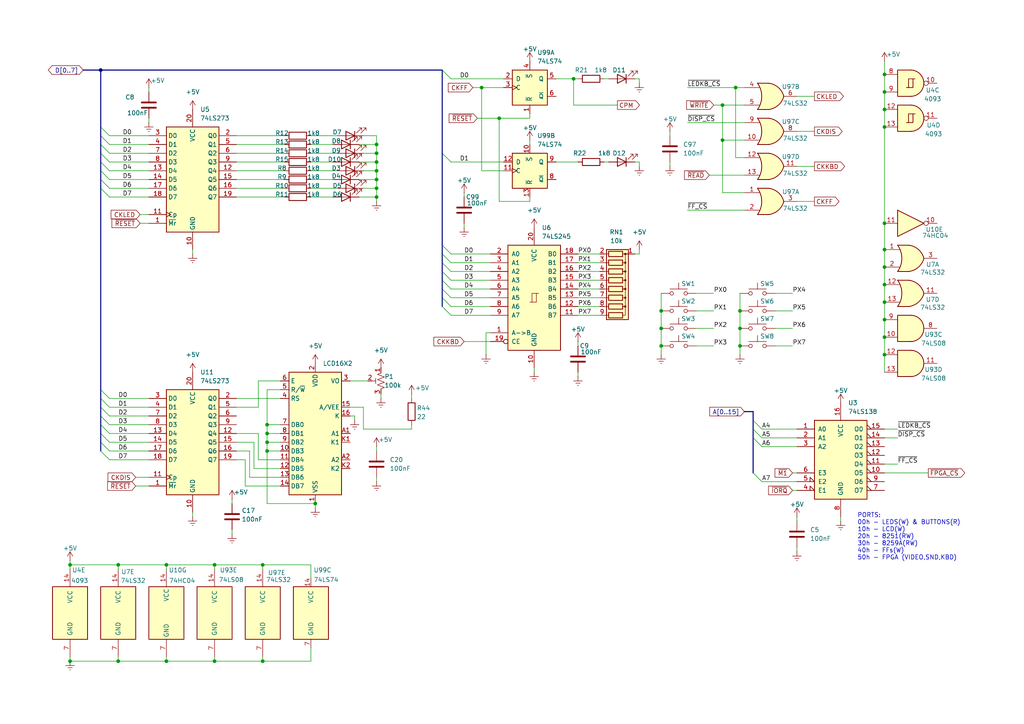
<source format=kicad_sch>
(kicad_sch (version 20250114) (generator "eeschema") (generator_version "9.0")
  (paper "A4")
  (title_block (title "Kraft 80 V2 by ARMCoder") (date "2025-09-02") (rev "2.0") (comment 1 "www.github.com/ARMCoderBR"))
  (text "PORTS:\n00h - LEDS(W) & BUTTONS(R)\n10h - LCD(W)\n20h - 8251(RW)\n30h - 8259A(RW)\n40h - FFs(W)\n50h - FPGA (VIDEO,SND,KBD)" (at 248.666 155.702 0) (effects (font (size 1.27 1.27)) (justify left)))
  (junction (at 256.54 102.87))
  (junction (at 20.32 163.83))
  (junction (at 256.54 36.83))
  (junction (at 62.23 163.83))
  (junction (at 48.26 163.83))
  (junction (at 62.23 191.77))
  (junction (at 191.77 90.17))
  (junction (at 48.26 191.77))
  (junction (at 256.54 31.75))
  (junction (at 209.55 40.64))
  (junction (at 214.63 90.17))
  (junction (at 214.63 95.25))
  (junction (at 77.47 123.19))
  (junction (at 76.2 191.77))
  (junction (at 256.54 72.39))
  (junction (at 256.54 82.55))
  (junction (at 144.78 34.29))
  (junction (at 109.22 49.53))
  (junction (at 109.22 41.91))
  (junction (at 109.22 54.61))
  (junction (at 91.44 146.05))
  (junction (at 191.77 95.25))
  (junction (at 166.37 22.86))
  (junction (at 76.2 163.83))
  (junction (at 214.63 100.33))
  (junction (at 34.29 163.83))
  (junction (at 139.7 25.4))
  (junction (at 256.54 92.71))
  (junction (at 109.22 46.99))
  (junction (at 209.55 30.48))
  (junction (at 109.22 57.15))
  (junction (at 77.47 125.73))
  (junction (at 256.54 87.63))
  (junction (at 256.54 26.67))
  (junction (at 34.29 191.77))
  (junction (at 256.54 77.47))
  (junction (at 256.54 97.79))
  (junction (at 109.22 44.45))
  (junction (at 191.77 100.33))
  (junction (at 256.54 64.77))
  (junction (at 256.54 21.59))
  (junction (at 77.47 130.81))
  (junction (at 29.21 20.32))
  (junction (at 213.36 25.4))
  (junction (at 77.47 128.27))
  (junction (at 109.22 52.07))
  (junction (at 20.32 191.77))
  (bus_entry (at 31.75 125.73) (size -2.54 -2.54))
  (bus_entry (at 31.75 57.15) (size -2.54 -2.54))
  (bus_entry (at 130.81 46.99) (size -2.54 -2.54))
  (bus_entry (at 31.75 49.53) (size -2.54 -2.54))
  (bus_entry (at 31.75 118.11) (size -2.54 -2.54))
  (bus_entry (at 130.81 91.44) (size -2.54 -2.54))
  (bus_entry (at 130.81 86.36) (size -2.54 -2.54))
  (bus_entry (at 218.44 137.16) (size 2.54 2.54))
  (bus_entry (at 130.81 78.74) (size -2.54 -2.54))
  (bus_entry (at 31.75 115.57) (size -2.54 -2.54))
  (bus_entry (at 31.75 44.45) (size -2.54 -2.54))
  (bus_entry (at 130.81 88.9) (size -2.54 -2.54))
  (bus_entry (at 130.81 81.28) (size -2.54 -2.54))
  (bus_entry (at 130.81 73.66) (size -2.54 -2.54))
  (bus_entry (at 218.44 121.92) (size 2.54 2.54))
  (bus_entry (at 31.75 128.27) (size -2.54 -2.54))
  (bus_entry (at 130.81 76.2) (size -2.54 -2.54))
  (bus_entry (at 31.75 41.91) (size -2.54 -2.54))
  (bus_entry (at 31.75 46.99) (size -2.54 -2.54))
  (bus_entry (at 31.75 52.07) (size -2.54 -2.54))
  (bus_entry (at 31.75 39.37) (size -2.54 -2.54))
  (bus_entry (at 130.81 22.86) (size -2.54 -2.54))
  (bus_entry (at 31.75 130.81) (size -2.54 -2.54))
  (bus_entry (at 31.75 54.61) (size -2.54 -2.54))
  (bus_entry (at 218.44 124.46) (size 2.54 2.54))
  (bus_entry (at 31.75 120.65) (size -2.54 -2.54))
  (bus_entry (at 31.75 133.35) (size -2.54 -2.54))
  (bus_entry (at 31.75 123.19) (size -2.54 -2.54))
  (bus_entry (at 130.81 83.82) (size -2.54 -2.54))
  (bus_entry (at 218.44 127) (size 2.54 2.54))
  (wire (pts (xy 139.7 25.4) (xy 139.7 49.53)))
  (wire (pts (xy 68.58 54.61) (xy 82.55 54.61)))
  (wire (pts (xy 77.47 123.19) (xy 81.28 123.19)))
  (wire (pts (xy 62.23 191.77) (xy 62.23 190.5)))
  (wire (pts (xy 220.98 139.7) (xy 231.14 139.7)))
  (wire (pts (xy 130.81 78.74) (xy 142.24 78.74)))
  (wire (pts (xy 77.47 113.03) (xy 81.28 113.03)))
  (wire (pts (xy 130.81 73.66) (xy 142.24 73.66)))
  (wire (pts (xy 31.75 125.73) (xy 43.18 125.73)))
  (wire (pts (xy 220.98 129.54) (xy 231.14 129.54)))
  (wire (pts (xy 224.79 95.25) (xy 229.87 95.25)))
  (wire (pts (xy 40.64 64.77) (xy 43.18 64.77)))
  (wire (pts (xy 214.63 85.09) (xy 214.63 90.17)))
  (wire (pts (xy 194.31 46.99) (xy 194.31 48.26)))
  (wire (pts (xy 74.93 110.49) (xy 74.93 118.11)))
  (wire (pts (xy 76.2 163.83) (xy 76.2 165.1)))
  (wire (pts (xy 68.58 49.53) (xy 82.55 49.53)))
  (wire (pts (xy 166.37 22.86) (xy 167.64 22.86)))
  (wire (pts (xy 48.26 190.5) (xy 48.26 191.77)))
  (wire (pts (xy 243.84 149.86) (xy 243.84 151.13)))
  (wire (pts (xy 34.29 191.77) (xy 48.26 191.77)))
  (wire (pts (xy 209.55 30.48) (xy 215.9 30.48)))
  (wire (pts (xy 207.01 30.48) (xy 209.55 30.48)))
  (bus (pts (xy 24.13 20.32) (xy 29.21 20.32)))
  (wire (pts (xy 101.6 110.49) (xy 106.68 110.49)))
  (wire (pts (xy 77.47 113.03) (xy 77.47 123.19)))
  (wire (pts (xy 90.17 39.37) (xy 97.79 39.37)))
  (wire (pts (xy 20.32 190.5) (xy 20.32 191.77)))
  (wire (pts (xy 31.75 57.15) (xy 43.18 57.15)))
  (wire (pts (xy 31.75 46.99) (xy 43.18 46.99)))
  (wire (pts (xy 74.93 125.73) (xy 74.93 133.35)))
  (wire (pts (xy 68.58 118.11) (xy 74.93 118.11)))
  (wire (pts (xy 256.54 21.59) (xy 256.54 26.67)))
  (wire (pts (xy 48.26 163.83) (xy 48.26 165.1)))
  (wire (pts (xy 256.54 31.75) (xy 256.54 36.83)))
  (wire (pts (xy 209.55 40.64) (xy 209.55 55.88)))
  (wire (pts (xy 67.31 153.67) (xy 67.31 154.94)))
  (wire (pts (xy 130.81 83.82) (xy 142.24 83.82)))
  (wire (pts (xy 48.26 191.77) (xy 62.23 191.77)))
  (wire (pts (xy 231.14 149.86) (xy 231.14 151.13)))
  (wire (pts (xy 130.81 91.44) (xy 142.24 91.44)))
  (bus (pts (xy 128.27 44.45) (xy 128.27 71.12)))
  (wire (pts (xy 109.22 52.07) (xy 109.22 54.61)))
  (bus (pts (xy 29.21 44.45) (xy 29.21 46.99)))
  (wire (pts (xy 130.81 86.36) (xy 142.24 86.36)))
  (wire (pts (xy 224.79 90.17) (xy 229.87 90.17)))
  (wire (pts (xy 90.17 49.53) (xy 97.79 49.53)))
  (wire (pts (xy 201.93 90.17) (xy 207.01 90.17)))
  (bus (pts (xy 215.9 119.38) (xy 218.44 119.38)))
  (wire (pts (xy 39.37 138.43) (xy 43.18 138.43)))
  (wire (pts (xy 40.64 62.23) (xy 43.18 62.23)))
  (wire (pts (xy 68.58 44.45) (xy 82.55 44.45)))
  (wire (pts (xy 90.17 44.45) (xy 97.79 44.45)))
  (wire (pts (xy 256.54 87.63) (xy 256.54 92.71)))
  (wire (pts (xy 139.7 25.4) (xy 146.05 25.4)))
  (bus (pts (xy 29.21 20.32) (xy 128.27 20.32)))
  (wire (pts (xy 76.2 163.83) (xy 90.17 163.83)))
  (wire (pts (xy 256.54 124.46) (xy 260.35 124.46)))
  (wire (pts (xy 256.54 97.79) (xy 256.54 102.87)))
  (wire (pts (xy 215.9 45.72) (xy 213.36 45.72)))
  (wire (pts (xy 214.63 100.33) (xy 214.63 102.87)))
  (wire (pts (xy 153.67 57.15) (xy 153.67 58.42)))
  (wire (pts (xy 166.37 22.86) (xy 166.37 30.48)))
  (wire (pts (xy 209.55 30.48) (xy 209.55 40.64)))
  (bus (pts (xy 29.21 39.37) (xy 29.21 41.91)))
  (wire (pts (xy 90.17 57.15) (xy 96.52 57.15)))
  (wire (pts (xy 109.22 46.99) (xy 109.22 49.53)))
  (wire (pts (xy 68.58 41.91) (xy 82.55 41.91)))
  (wire (pts (xy 31.75 54.61) (xy 43.18 54.61)))
  (wire (pts (xy 231.14 58.42) (xy 236.22 58.42)))
  (wire (pts (xy 119.38 123.19) (xy 119.38 124.46)))
  (wire (pts (xy 34.29 190.5) (xy 34.29 191.77)))
  (wire (pts (xy 31.75 44.45) (xy 43.18 44.45)))
  (wire (pts (xy 256.54 137.16) (xy 269.24 137.16)))
  (wire (pts (xy 153.67 33.02) (xy 153.67 34.29)))
  (wire (pts (xy 104.14 41.91) (xy 109.22 41.91)))
  (wire (pts (xy 167.64 83.82) (xy 173.99 83.82)))
  (wire (pts (xy 153.67 40.64) (xy 153.67 41.91)))
  (wire (pts (xy 77.47 125.73) (xy 81.28 125.73)))
  (wire (pts (xy 185.42 24.13) (xy 185.42 22.86)))
  (wire (pts (xy 31.75 41.91) (xy 43.18 41.91)))
  (wire (pts (xy 134.62 55.88) (xy 134.62 57.15)))
  (bus (pts (xy 218.44 121.92) (xy 218.44 119.38)))
  (wire (pts (xy 72.39 130.81) (xy 68.58 130.81)))
  (wire (pts (xy 231.14 158.75) (xy 231.14 160.02)))
  (wire (pts (xy 73.66 128.27) (xy 73.66 135.89)))
  (wire (pts (xy 55.88 72.39) (xy 55.88 73.66)))
  (wire (pts (xy 55.88 148.59) (xy 55.88 149.86)))
  (wire (pts (xy 68.58 115.57) (xy 81.28 115.57)))
  (wire (pts (xy 134.62 64.77) (xy 134.62 66.04)))
  (wire (pts (xy 102.87 120.65) (xy 102.87 121.92)))
  (wire (pts (xy 256.54 77.47) (xy 256.54 82.55)))
  (wire (pts (xy 139.7 49.53) (xy 146.05 49.53)))
  (wire (pts (xy 104.14 46.99) (xy 109.22 46.99)))
  (wire (pts (xy 185.42 46.99) (xy 184.15 46.99)))
  (wire (pts (xy 138.43 34.29) (xy 144.78 34.29)))
  (wire (pts (xy 185.42 48.26) (xy 185.42 46.99)))
  (wire (pts (xy 71.12 133.35) (xy 68.58 133.35)))
  (wire (pts (xy 31.75 120.65) (xy 43.18 120.65)))
  (wire (pts (xy 220.98 127) (xy 231.14 127)))
  (wire (pts (xy 91.44 146.05) (xy 91.44 147.32)))
  (wire (pts (xy 199.39 25.4) (xy 213.36 25.4)))
  (wire (pts (xy 74.93 110.49) (xy 81.28 110.49)))
  (wire (pts (xy 167.64 107.95) (xy 167.64 109.22)))
  (wire (pts (xy 256.54 127) (xy 260.35 127)))
  (wire (pts (xy 167.64 91.44) (xy 173.99 91.44)))
  (wire (pts (xy 205.74 50.8) (xy 215.9 50.8)))
  (wire (pts (xy 142.24 96.52) (xy 140.97 96.52)))
  (wire (pts (xy 201.93 100.33) (xy 207.01 100.33)))
  (wire (pts (xy 105.41 118.11) (xy 101.6 118.11)))
  (wire (pts (xy 167.64 99.06) (xy 167.64 100.33)))
  (wire (pts (xy 256.54 72.39) (xy 256.54 77.47)))
  (wire (pts (xy 161.29 46.99) (xy 167.64 46.99)))
  (wire (pts (xy 130.81 22.86) (xy 146.05 22.86)))
  (wire (pts (xy 256.54 64.77) (xy 256.54 72.39)))
  (wire (pts (xy 256.54 26.67) (xy 256.54 31.75)))
  (wire (pts (xy 31.75 49.53) (xy 43.18 49.53)))
  (bus (pts (xy 128.27 20.32) (xy 128.27 44.45)))
  (wire (pts (xy 48.26 163.83) (xy 62.23 163.83)))
  (wire (pts (xy 31.75 115.57) (xy 43.18 115.57)))
  (wire (pts (xy 77.47 128.27) (xy 81.28 128.27)))
  (wire (pts (xy 167.64 81.28) (xy 173.99 81.28)))
  (wire (pts (xy 77.47 130.81) (xy 77.47 146.05)))
  (wire (pts (xy 72.39 130.81) (xy 72.39 138.43)))
  (wire (pts (xy 62.23 163.83) (xy 62.23 165.1)))
  (wire (pts (xy 110.49 114.3) (xy 110.49 115.57)))
  (wire (pts (xy 20.32 162.56) (xy 20.32 163.83)))
  (bus (pts (xy 29.21 54.61) (xy 29.21 113.03)))
  (wire (pts (xy 109.22 129.54) (xy 109.22 130.81)))
  (wire (pts (xy 130.81 76.2) (xy 142.24 76.2)))
  (wire (pts (xy 229.87 137.16) (xy 231.14 137.16)))
  (wire (pts (xy 76.2 191.77) (xy 76.2 190.5)))
  (wire (pts (xy 73.66 135.89) (xy 81.28 135.89)))
  (bus (pts (xy 29.21 41.91) (xy 29.21 44.45)))
  (bus (pts (xy 29.21 118.11) (xy 29.21 120.65)))
  (wire (pts (xy 31.75 133.35) (xy 43.18 133.35)))
  (wire (pts (xy 144.78 58.42) (xy 153.67 58.42)))
  (wire (pts (xy 199.39 35.56) (xy 215.9 35.56)))
  (wire (pts (xy 185.42 22.86) (xy 184.15 22.86)))
  (wire (pts (xy 154.94 106.68) (xy 154.94 107.95)))
  (bus (pts (xy 128.27 81.28) (xy 128.27 78.74)))
  (wire (pts (xy 34.29 163.83) (xy 48.26 163.83)))
  (wire (pts (xy 72.39 138.43) (xy 81.28 138.43)))
  (bus (pts (xy 128.27 78.74) (xy 128.27 76.2)))
  (bus (pts (xy 29.21 52.07) (xy 29.21 54.61)))
  (wire (pts (xy 191.77 85.09) (xy 191.77 90.17)))
  (wire (pts (xy 130.81 88.9) (xy 142.24 88.9)))
  (wire (pts (xy 256.54 92.71) (xy 256.54 97.79)))
  (wire (pts (xy 105.41 124.46) (xy 105.41 118.11)))
  (wire (pts (xy 167.64 73.66) (xy 173.99 73.66)))
  (wire (pts (xy 31.75 39.37) (xy 43.18 39.37)))
  (wire (pts (xy 77.47 146.05) (xy 91.44 146.05)))
  (wire (pts (xy 31.75 128.27) (xy 43.18 128.27)))
  (wire (pts (xy 144.78 34.29) (xy 144.78 58.42)))
  (wire (pts (xy 105.41 44.45) (xy 109.22 44.45)))
  (wire (pts (xy 77.47 128.27) (xy 77.47 130.81)))
  (wire (pts (xy 68.58 128.27) (xy 73.66 128.27)))
  (wire (pts (xy 67.31 144.78) (xy 67.31 146.05)))
  (bus (pts (xy 128.27 88.9) (xy 128.27 86.36)))
  (wire (pts (xy 167.64 88.9) (xy 173.99 88.9)))
  (wire (pts (xy 101.6 120.65) (xy 102.87 120.65)))
  (wire (pts (xy 34.29 163.83) (xy 34.29 165.1)))
  (wire (pts (xy 256.54 134.62) (xy 260.35 134.62)))
  (wire (pts (xy 213.36 45.72) (xy 213.36 25.4)))
  (bus (pts (xy 29.21 125.73) (xy 29.21 128.27)))
  (wire (pts (xy 74.93 133.35) (xy 81.28 133.35)))
  (wire (pts (xy 104.14 52.07) (xy 109.22 52.07)))
  (wire (pts (xy 167.64 76.2) (xy 173.99 76.2)))
  (wire (pts (xy 90.17 52.07) (xy 96.52 52.07)))
  (wire (pts (xy 68.58 52.07) (xy 82.55 52.07)))
  (wire (pts (xy 77.47 125.73) (xy 77.47 128.27)))
  (wire (pts (xy 256.54 102.87) (xy 256.54 107.95)))
  (bus (pts (xy 29.21 20.32) (xy 29.21 36.83)))
  (wire (pts (xy 90.17 54.61) (xy 97.79 54.61)))
  (bus (pts (xy 128.27 73.66) (xy 128.27 71.12)))
  (wire (pts (xy 109.22 57.15) (xy 109.22 58.42)))
  (wire (pts (xy 105.41 54.61) (xy 109.22 54.61)))
  (wire (pts (xy 90.17 191.77) (xy 90.17 187.96)))
  (wire (pts (xy 224.79 100.33) (xy 229.87 100.33)))
  (wire (pts (xy 140.97 96.52) (xy 140.97 102.87)))
  (wire (pts (xy 184.15 73.66) (xy 185.42 73.66)))
  (wire (pts (xy 231.14 27.94) (xy 236.22 27.94)))
  (wire (pts (xy 137.16 25.4) (xy 139.7 25.4)))
  (wire (pts (xy 105.41 49.53) (xy 109.22 49.53)))
  (wire (pts (xy 71.12 140.97) (xy 71.12 133.35)))
  (wire (pts (xy 109.22 49.53) (xy 109.22 52.07)))
  (wire (pts (xy 109.22 57.15) (xy 104.14 57.15)))
  (wire (pts (xy 229.87 142.24) (xy 231.14 142.24)))
  (wire (pts (xy 105.41 39.37) (xy 109.22 39.37)))
  (wire (pts (xy 144.78 34.29) (xy 153.67 34.29)))
  (wire (pts (xy 214.63 90.17) (xy 214.63 95.25)))
  (wire (pts (xy 215.9 55.88) (xy 209.55 55.88)))
  (wire (pts (xy 68.58 125.73) (xy 74.93 125.73)))
  (wire (pts (xy 220.98 124.46) (xy 231.14 124.46)))
  (wire (pts (xy 214.63 95.25) (xy 214.63 100.33)))
  (wire (pts (xy 199.39 60.96) (xy 215.9 60.96)))
  (wire (pts (xy 68.58 57.15) (xy 82.55 57.15)))
  (wire (pts (xy 256.54 17.78) (xy 256.54 21.59)))
  (wire (pts (xy 213.36 25.4) (xy 215.9 25.4)))
  (wire (pts (xy 43.18 34.29) (xy 43.18 35.56)))
  (wire (pts (xy 90.17 46.99) (xy 96.52 46.99)))
  (bus (pts (xy 218.44 127) (xy 218.44 137.16)))
  (wire (pts (xy 62.23 163.83) (xy 76.2 163.83)))
  (wire (pts (xy 175.26 22.86) (xy 176.53 22.86)))
  (wire (pts (xy 109.22 138.43) (xy 109.22 139.7)))
  (wire (pts (xy 119.38 114.3) (xy 119.38 115.57)))
  (wire (pts (xy 39.37 140.97) (xy 43.18 140.97)))
  (wire (pts (xy 20.32 163.83) (xy 20.32 165.1)))
  (bus (pts (xy 128.27 86.36) (xy 128.27 83.82)))
  (wire (pts (xy 231.14 48.26) (xy 236.22 48.26)))
  (wire (pts (xy 207.01 85.09) (xy 201.93 85.09)))
  (wire (pts (xy 130.81 81.28) (xy 142.24 81.28)))
  (wire (pts (xy 109.22 41.91) (xy 109.22 44.45)))
  (wire (pts (xy 20.32 163.83) (xy 34.29 163.83)))
  (wire (pts (xy 231.14 38.1) (xy 236.22 38.1)))
  (bus (pts (xy 128.27 73.66) (xy 128.27 76.2)))
  (wire (pts (xy 20.32 191.77) (xy 34.29 191.77)))
  (wire (pts (xy 90.17 41.91) (xy 96.52 41.91)))
  (wire (pts (xy 68.58 39.37) (xy 82.55 39.37)))
  (wire (pts (xy 62.23 191.77) (xy 76.2 191.77)))
  (wire (pts (xy 109.22 54.61) (xy 109.22 57.15)))
  (wire (pts (xy 256.54 36.83) (xy 256.54 64.77)))
  (wire (pts (xy 31.75 52.07) (xy 43.18 52.07)))
  (wire (pts (xy 256.54 82.55) (xy 256.54 87.63)))
  (wire (pts (xy 161.29 22.86) (xy 166.37 22.86)))
  (bus (pts (xy 29.21 123.19) (xy 29.21 125.73)))
  (bus (pts (xy 218.44 124.46) (xy 218.44 121.92)))
  (wire (pts (xy 194.31 38.1) (xy 194.31 39.37)))
  (wire (pts (xy 134.62 99.06) (xy 142.24 99.06)))
  (wire (pts (xy 166.37 30.48) (xy 179.07 30.48)))
  (wire (pts (xy 31.75 118.11) (xy 43.18 118.11)))
  (wire (pts (xy 77.47 123.19) (xy 77.47 125.73)))
  (wire (pts (xy 224.79 85.09) (xy 229.87 85.09)))
  (bus (pts (xy 218.44 127) (xy 218.44 124.46)))
  (wire (pts (xy 76.2 191.77) (xy 90.17 191.77)))
  (bus (pts (xy 29.21 49.53) (xy 29.21 52.07)))
  (wire (pts (xy 175.26 46.99) (xy 176.53 46.99)))
  (wire (pts (xy 167.64 78.74) (xy 173.99 78.74)))
  (wire (pts (xy 185.42 72.39) (xy 185.42 73.66)))
  (bus (pts (xy 29.21 120.65) (xy 29.21 123.19)))
  (wire (pts (xy 90.17 163.83) (xy 90.17 167.64)))
  (wire (pts (xy 71.12 140.97) (xy 81.28 140.97)))
  (bus (pts (xy 29.21 113.03) (xy 29.21 115.57)))
  (bus (pts (xy 29.21 36.83) (xy 29.21 39.37)))
  (bus (pts (xy 29.21 128.27) (xy 29.21 130.81)))
  (wire (pts (xy 105.41 124.46) (xy 119.38 124.46)))
  (wire (pts (xy 68.58 46.99) (xy 82.55 46.99)))
  (bus (pts (xy 29.21 115.57) (xy 29.21 118.11)))
  (wire (pts (xy 167.64 86.36) (xy 173.99 86.36)))
  (wire (pts (xy 43.18 25.4) (xy 43.18 26.67)))
  (bus (pts (xy 128.27 83.82) (xy 128.27 81.28)))
  (wire (pts (xy 109.22 39.37) (xy 109.22 41.91)))
  (wire (pts (xy 191.77 95.25) (xy 191.77 100.33)))
  (wire (pts (xy 201.93 95.25) (xy 207.01 95.25)))
  (wire (pts (xy 191.77 90.17) (xy 191.77 95.25)))
  (wire (pts (xy 77.47 130.81) (xy 81.28 130.81)))
  (wire (pts (xy 31.75 130.81) (xy 43.18 130.81)))
  (wire (pts (xy 191.77 100.33) (xy 191.77 102.87)))
  (bus (pts (xy 29.21 46.99) (xy 29.21 49.53)))
  (wire (pts (xy 209.55 40.64) (xy 215.9 40.64)))
  (wire (pts (xy 130.81 46.99) (xy 146.05 46.99)))
  (wire (pts (xy 109.22 44.45) (xy 109.22 46.99)))
  (wire (pts (xy 31.75 123.19) (xy 43.18 123.19)))
  (label "A6" (at 220.98 129.54 0))
  (label "D3" (at 35.56 46.99 0))
  (label "D0" (at 34.29 115.57 0))
  (label "D2" (at 35.56 44.45 0))
  (label "D5" (at 35.56 52.07 0))
  (label "PX7" (at 167.64 91.44 0))
  (label "PX0" (at 207.01 85.09 0))
  (label "PX2" (at 207.01 95.25 0))
  (label "D3" (at 134.62 81.28 0))
  (label "PX7" (at 229.87 100.33 0))
  (label "PX4" (at 229.87 85.09 0))
  (label "D0" (at 35.56 39.37 0))
  (label "D0" (at 134.62 73.66 0))
  (label "D5" (at 34.29 128.27 0))
  (label "A5" (at 220.98 127 0))
  (label "D0" (at 133.35 22.86 0))
  (label "PX1" (at 167.64 76.2 0))
  (label "~{FF_CS}" (at 199.39 60.96 0))
  (label "D1" (at 133.35 46.99 0))
  (label "~{DISP_CS}" (at 199.39 35.56 0))
  (label "PX4" (at 167.64 83.82 0))
  (label "D7" (at 134.62 91.44 0))
  (label "D7" (at 35.56 57.15 0))
  (label "D1" (at 34.29 118.11 0))
  (label "A4" (at 220.98 124.46 0))
  (label "D7" (at 34.29 133.35 0))
  (label "PX2" (at 167.64 78.74 0))
  (label "PX3" (at 167.64 81.28 0))
  (label "~{DISP_CS}" (at 260.35 127 0))
  (label "PX6" (at 167.64 88.9 0))
  (label "D4" (at 34.29 125.73 0))
  (label "D3" (at 34.29 123.19 0))
  (label "D4" (at 35.56 49.53 0))
  (label "PX0" (at 167.64 73.66 0))
  (label "PX3" (at 207.01 100.33 0))
  (label "D2" (at 134.62 78.74 0))
  (label "D5" (at 134.62 86.36 0))
  (label "PX6" (at 229.87 95.25 0))
  (label "~{LEDKB_CS}" (at 199.39 25.4 0))
  (label "D6" (at 35.56 54.61 0))
  (label "D2" (at 34.29 120.65 0))
  (label "D6" (at 134.62 88.9 0))
  (label "PX5" (at 229.87 90.17 0))
  (label "A7" (at 220.98 139.7 0))
  (label "D4" (at 134.62 83.82 0))
  (label "D6" (at 34.29 130.81 0))
  (label "~{FF_CS}" (at 260.35 134.62 0))
  (label "D1" (at 134.62 76.2 0))
  (label "PX1" (at 207.01 90.17 0))
  (label "~{LEDKB_CS}" (at 260.35 124.46 0))
  (label "D1" (at 35.56 41.91 0))
  (label "PX5" (at 167.64 86.36 0))
  (global_label "~{M1}" (shape input) (at 229.87 137.16 180) (property "Intersheetrefs" "${INTERSHEET_REFS}" (effects (hide yes))))
  (global_label "~{RESET}" (shape input) (at 40.64 64.77 180) (property "Intersheetrefs" "${INTERSHEET_REFS}" (effects (hide yes))))
  (global_label "D[0..7]" (shape bidirectional) (at 24.13 20.32 180) (property "Intersheetrefs" "${INTERSHEET_REFS}" (effects (hide yes))))
  (global_label "~{RESET}" (shape input) (at 39.37 140.97 180) (property "Intersheetrefs" "${INTERSHEET_REFS}" (effects (hide yes))))
  (global_label "~{READ}" (shape input) (at 205.74 50.8 180) (property "Intersheetrefs" "${INTERSHEET_REFS}" (effects (hide yes))))
  (global_label "CPM" (shape output) (at 179.07 30.48 0) (property "Intersheetrefs" "${INTERSHEET_REFS}" (effects (hide yes))))
  (global_label "~{FPGA_CS}" (shape output) (at 269.24 137.16 0) (property "Intersheetrefs" "${INTERSHEET_REFS}" (effects (hide yes))))
  (global_label "~{WRITE}" (shape input) (at 207.01 30.48 180) (property "Intersheetrefs" "${INTERSHEET_REFS}" (effects (hide yes))))
  (global_label "CKDIS" (shape input) (at 39.37 138.43 180) (property "Intersheetrefs" "${INTERSHEET_REFS}" (effects (hide yes))))
  (global_label "CKKBD" (shape output) (at 236.22 48.26 0) (property "Intersheetrefs" "${INTERSHEET_REFS}" (effects (hide yes))))
  (global_label "CKLED" (shape input) (at 40.64 62.23 180) (property "Intersheetrefs" "${INTERSHEET_REFS}" (effects (hide yes))))
  (global_label "CKLED" (shape output) (at 236.22 27.94 0) (property "Intersheetrefs" "${INTERSHEET_REFS}" (effects (hide yes))))
  (global_label "A[0..15]" (shape input) (at 215.9 119.38 180) (property "Intersheetrefs" "${INTERSHEET_REFS}" (effects (hide yes))))
  (global_label "~{IORQ}" (shape input) (at 229.87 142.24 180) (property "Intersheetrefs" "${INTERSHEET_REFS}" (effects (hide yes))))
  (global_label "CKKBD" (shape input) (at 134.62 99.06 180) (property "Intersheetrefs" "${INTERSHEET_REFS}" (effects (hide yes))))
  (global_label "~{RESET}" (shape input) (at 138.43 34.29 180) (property "Intersheetrefs" "${INTERSHEET_REFS}" (effects (hide yes))))
  (global_label "CKFF" (shape output) (at 236.22 58.42 0) (property "Intersheetrefs" "${INTERSHEET_REFS}" (effects (hide yes))))
  (global_label "CKDIS" (shape output) (at 236.22 38.1 0) (property "Intersheetrefs" "${INTERSHEET_REFS}" (effects (hide yes))))
  (global_label "CKFF" (shape input) (at 137.16 25.4 180) (property "Intersheetrefs" "${INTERSHEET_REFS}" (effects (hide yes))))
  (symbol (lib_name "LED_1") (lib_id "Device:LED") (at 100.33 52.07 180) (unit 1)
    (property "Reference" "D4" (at 97.536 51.054 0))
    (property "Value" "LED" (effects (hide yes)))
    (property "Description" "Light emitting diode" (effects (hide yes)))
    (property "Sim.Pins" "1=K 2=A" (effects (hide yes)))
  )
  (symbol (lib_name "LED_1") (lib_id "Device:LED") (at 100.33 57.15 180) (unit 1)
    (property "Reference" "D6" (at 97.79 56.388 0))
    (property "Value" "LED" (effects (hide yes)))
    (property "Description" "Light emitting diode" (effects (hide yes)))
    (property "Sim.Pins" "1=K 2=A" (effects (hide yes)))
  )
  (symbol (lib_id "Device:R") (at 86.36 52.07 90) (unit 1)
    (property "Reference" "R9" (at 81.788 51.308 90))
    (property "Value" "1k8" (at 90.932 51.308 90))
    (property "Description" "Resistor" (effects (hide yes)))
  )
  (symbol (lib_id "power:+5V") (at 20.32 162.56 0) (unit 1)
    (property "Reference" "#PWR030" (effects (hide yes)))
    (property "Value" "+5V" (at 20.32 159.004 0))
    (property "Description" "Power symbol creates a global label with name \"+5V\"" (effects (hide yes)))
  )
  (symbol (lib_name "LED_1") (lib_id "Device:LED") (at 101.6 44.45 180) (unit 1)
    (property "Reference" "D9" (at 97.536 43.688 0))
    (property "Value" "LED" (effects (hide yes)))
    (property "Description" "Light emitting diode" (effects (hide yes)))
    (property "Sim.Pins" "1=K 2=A" (effects (hide yes)))
  )
  (symbol (lib_id "Device:R") (at 86.36 54.61 90) (unit 1)
    (property "Reference" "R10" (at 81.788 53.848 90))
    (property "Value" "1k8" (at 90.932 53.848 90))
    (property "Description" "Resistor" (effects (hide yes)))
  )
  (symbol (lib_id "74xx:74LS245") (at 154.94 86.36 0) (unit 1)
    (property "Reference" "U6" (at 157.1341 66.04 0) (effects (justify left)))
    (property "Value" "74LS245" (at 157.1341 68.58 0) (effects (justify left)))
    (property "Datasheet" "http://www.ti.com/lit/gpn/sn74LS245" (effects (hide yes)))
    (property "Description" "Octal BUS Transceivers, 3-State outputs" (effects (hide yes)))
  )
  (symbol (lib_id "74xx:74LS273") (at 55.88 128.27 0) (unit 1)
    (property "Reference" "U11" (at 58.0741 107.95 0) (effects (justify left)))
    (property "Value" "74LS273" (at 58.0741 110.49 0) (effects (justify left)))
    (property "Datasheet" "http://www.ti.com/lit/gpn/sn74LS273" (effects (hide yes)))
    (property "Description" "8-bit D Flip-Flop, reset" (effects (hide yes)))
  )
  (symbol (lib_id "power:GNDREF") (at 110.49 115.57 0) (unit 1)
    (property "Reference" "#PWR0106" (effects (hide yes)))
    (property "Value" "GNDREF" (effects (hide yes)))
    (property "Description" "Power symbol creates a global label with name \"GNDREF\" , reference supply ground" (effects (hide yes)))
  )
  (symbol (lib_id "power:+5V") (at 55.88 31.75 0) (unit 1)
    (property "Reference" "#PWR055" (effects (hide yes)))
    (property "Value" "+5V" (at 55.88 26.67 0))
    (property "Description" "Power symbol creates a global label with name \"+5V\"" (effects (hide yes)))
  )
  (symbol (lib_id "4xxx:HEF4093B") (at 20.32 177.8 0) (unit 5)
    (property "Reference" "U4" (at 22.86 165.354 0))
    (property "Value" "4093" (at 23.114 168.402 0))
    (property "Datasheet" "https://assets.nexperia.com/documents/data-sheet/HEF4093B.pdf" (effects (hide yes)))
    (property "Description" "Quad 2-Input NAND Schmitt Trigger, SOIC-14" (effects (hide yes)))
  )
  (symbol (lib_id "Device:R_Network08") (at 179.07 83.82 270) (unit 1)
    (property "Reference" "RN1" (at 178.816 67.31 90))
    (property "Value" "10k" (at 178.816 69.85 90))
    (property "Footprint" "Resistor_THT:R_Array_SIP9" (effects (hide yes)))
    (property "Datasheet" "http://www.vishay.com/docs/31509/csc.pdf" (effects (hide yes)))
    (property "Description" "8 resistor network, star topology, bussed resistors, small symbol" (effects (hide yes)))
  )
  (symbol (lib_name "LED_1") (lib_id "Device:LED") (at 101.6 54.61 180) (unit 1)
    (property "Reference" "D5" (at 97.79 53.848 0))
    (property "Value" "LED" (effects (hide yes)))
    (property "Description" "Light emitting diode" (effects (hide yes)))
    (property "Sim.Pins" "1=K 2=A" (effects (hide yes)))
  )
  (symbol (lib_id "74xx:74LS32") (at 223.52 48.26 0) (unit 4)
    (property "Reference" "U97" (at 229.362 45.466 0))
    (property "Value" "74LS32" (at 230.632 50.292 0))
    (property "Datasheet" "http://www.ti.com/lit/gpn/sn74LS32" (effects (hide yes)))
    (property "Description" "Quad 2-input OR" (effects (hide yes)))
  )
  (symbol (lib_id "power:+5V") (at 185.42 72.39 0) (unit 1)
    (property "Reference" "#PWR066" (effects (hide yes)))
    (property "Value" "+5V" (at 185.42 67.31 0))
    (property "Description" "Power symbol creates a global label with name \"+5V\"" (effects (hide yes)))
  )
  (symbol (lib_id "74xx:74LS08") (at 264.16 105.41 0) (unit 4)
    (property "Reference" "U93" (at 270.764 107.188 0))
    (property "Value" "74LS08" (at 270.764 109.728 0))
    (property "Datasheet" "http://www.ti.com/lit/gpn/sn74LS08" (effects (hide yes)))
    (property "Description" "Quad And2" (effects (hide yes)))
  )
  (symbol (lib_id "74xx:74HC04") (at 264.16 64.77 0) (unit 5)
    (property "Reference" "U10" (at 271.018 66.548 0))
    (property "Value" "74HC04" (at 271.272 68.326 0))
    (property "Datasheet" "https://assets.nexperia.com/documents/data-sheet/74HC_HCT04.pdf" (effects (hide yes)))
    (property "Description" "Hex Inverter" (effects (hide yes)))
  )
  (symbol (lib_id "power:GNDREF") (at 55.88 73.66 0) (unit 1)
    (property "Reference" "#PWR054" (effects (hide yes)))
    (property "Value" "GNDREF" (effects (hide yes)))
    (property "Description" "Power symbol creates a global label with name \"GNDREF\" , reference supply ground" (effects (hide yes)))
  )
  (symbol (lib_id "Device:C") (at 134.62 60.96 0) (unit 1)
    (property "Reference" "C99" (at 135.128 57.15 0) (effects (justify left)))
    (property "Value" "100nF" (at 135.382 58.928 0) (effects (justify left)))
    (property "Description" "Unpolarized capacitor" (effects (hide yes)))
  )
  (symbol (lib_id "power:GNDREF") (at 231.14 160.02 0) (unit 1)
    (property "Reference" "#PWR095" (effects (hide yes)))
    (property "Value" "GNDREF" (effects (hide yes)))
    (property "Description" "Power symbol creates a global label with name \"GNDREF\" , reference supply ground" (effects (hide yes)))
  )
  (symbol (lib_id "Device:C") (at 43.18 30.48 0) (unit 1)
    (property "Reference" "C8" (at 36.322 28.194 0) (effects (justify left)))
    (property "Value" "100nF" (at 36.83 32.766 0) (effects (justify left)))
    (property "Description" "Unpolarized capacitor" (effects (hide yes)))
  )
  (symbol (lib_id "Device:R") (at 86.36 39.37 90) (unit 1)
    (property "Reference" "R12" (at 81.788 38.608 90))
    (property "Value" "1k8" (at 90.932 38.608 90))
    (property "Description" "Resistor" (effects (hide yes)))
  )
  (symbol (lib_id "74xx:74LS32") (at 264.16 85.09 0) (unit 4)
    (property "Reference" "U7" (at 270.51 86.868 0))
    (property "Value" "74LS32" (at 270.51 89.154 0))
    (property "Datasheet" "http://www.ti.com/lit/gpn/sn74LS32" (effects (hide yes)))
    (property "Description" "Quad 2-input OR" (effects (hide yes)))
  )
  (symbol (lib_id "power:GNDREF") (at 109.22 139.7 0) (unit 1)
    (property "Reference" "#PWR085" (effects (hide yes)))
    (property "Value" "GNDREF" (effects (hide yes)))
    (property "Description" "Power symbol creates a global label with name \"GNDREF\" , reference supply ground" (effects (hide yes)))
  )
  (symbol (lib_id "power:+5V") (at 243.84 116.84 0) (unit 1)
    (property "Reference" "#PWR080" (effects (hide yes)))
    (property "Value" "+5V" (at 243.84 113.284 0))
    (property "Description" "Power symbol creates a global label with name \"+5V\"" (effects (hide yes)))
  )
  (symbol (lib_id "Device:R") (at 86.36 57.15 90) (unit 1)
    (property "Reference" "R11" (at 81.788 56.388 90))
    (property "Value" "1k8" (at 90.932 56.388 90))
    (property "Description" "Resistor" (effects (hide yes)))
  )
  (symbol (lib_name "LED_1") (lib_id "Device:LED") (at 101.6 49.53 180) (unit 1)
    (property "Reference" "D3" (at 97.536 48.768 0))
    (property "Value" "LED" (effects (hide yes)))
    (property "Description" "Light emitting diode" (effects (hide yes)))
    (property "Sim.Pins" "1=K 2=A" (effects (hide yes)))
  )
  (symbol (lib_name "LED_2") (lib_id "Device:LED") (at 180.34 46.99 180) (unit 1)
    (property "Reference" "D12" (at 179.578 44.45 0))
    (property "Value" "LED" (effects (hide yes)))
    (property "Description" "Light emitting diode" (effects (hide yes)))
    (property "Sim.Pins" "1=K 2=A" (effects (hide yes)))
  )
  (symbol (lib_id "power:+5V") (at 109.22 129.54 0) (unit 1)
    (property "Reference" "#PWR084" (effects (hide yes)))
    (property "Value" "+5V" (at 111.76 127.508 0))
    (property "Description" "Power symbol creates a global label with name \"+5V\"" (effects (hide yes)))
  )
  (symbol (lib_id "74xx:74LS74") (at 153.67 25.4 0) (unit 1)
    (property "Reference" "U99" (at 155.8133 15.24 0) (effects (justify left)))
    (property "Value" "74LS74" (at 155.8133 17.78 0) (effects (justify left)))
    (property "Datasheet" "74xx/74hc_hct74.pdf" (effects (hide yes)))
    (property "Description" "Dual D Flip-flop, Set & Reset" (effects (hide yes)))
  )
  (symbol (lib_id "power:GNDREF") (at 191.77 102.87 0) (unit 1)
    (property "Reference" "#PWR071" (effects (hide yes)))
    (property "Value" "GNDREF" (effects (hide yes)))
    (property "Description" "Power symbol creates a global label with name \"GNDREF\" , reference supply ground" (effects (hide yes)))
  )
  (symbol (lib_id "power:+5V") (at 110.49 106.68 0) (unit 1)
    (property "Reference" "#PWR088" (effects (hide yes)))
    (property "Value" "+5V" (at 110.49 101.6 0))
    (property "Description" "Power symbol creates a global label with name \"+5V\"" (effects (hide yes)))
  )
  (symbol (lib_id "power:GNDREF") (at 134.62 66.04 0) (unit 1)
    (property "Reference" "#PWR0111" (effects (hide yes)))
    (property "Value" "GNDREF" (effects (hide yes)))
    (property "Description" "Power symbol creates a global label with name \"GNDREF\" , reference supply ground" (effects (hide yes)))
  )
  (symbol (lib_id "power:+5V") (at 91.44 105.41 0) (unit 1)
    (property "Reference" "#PWR0108" (effects (hide yes)))
    (property "Value" "+5V" (at 91.44 100.33 0))
    (property "Description" "Power symbol creates a global label with name \"+5V\"" (effects (hide yes)))
  )
  (symbol (lib_id "power:GNDREF") (at 91.44 147.32 0) (unit 1)
    (property "Reference" "#PWR079" (effects (hide yes)))
    (property "Value" "GNDREF" (effects (hide yes)))
    (property "Description" "Power symbol creates a global label with name \"GNDREF\" , reference supply ground" (effects (hide yes)))
  )
  (symbol (lib_id "power:GNDREF") (at 67.31 154.94 0) (unit 1)
    (property "Reference" "#PWR076" (effects (hide yes)))
    (property "Value" "GNDREF" (effects (hide yes)))
    (property "Description" "Power symbol creates a global label with name \"GNDREF\" , reference supply ground" (effects (hide yes)))
  )
  (symbol (lib_id "Device:R") (at 86.36 46.99 90) (unit 1)
    (property "Reference" "R15" (at 81.788 46.228 90))
    (property "Value" "1k8" (at 90.932 46.228 90))
    (property "Description" "Resistor" (effects (hide yes)))
  )
  (symbol (lib_id "Switch:SW_Push") (at 196.85 100.33 0) (unit 1)
    (property "Reference" "SW4" (at 199.644 97.536 0))
    (property "Value" "SW_Push" (effects (hide yes)))
    (property "Description" "Push button switch, generic, two pins" (effects (hide yes)))
  )
  (symbol (lib_id "power:GNDREF") (at 194.31 48.26 0) (unit 1)
    (property "Reference" "#PWR097" (effects (hide yes)))
    (property "Value" "GNDREF" (effects (hide yes)))
    (property "Description" "Power symbol creates a global label with name \"GNDREF\" , reference supply ground" (effects (hide yes)))
  )
  (symbol (lib_id "74xx:74LS138") (at 243.84 132.08 0) (unit 1)
    (property "Reference" "U3" (at 245.9833 116.84 0) (effects (justify left)))
    (property "Value" "74LS138" (at 245.9833 119.38 0) (effects (justify left)))
    (property "Datasheet" "http://www.ti.com/lit/gpn/sn74LS138" (effects (hide yes)))
    (property "Description" "Decoder 3 to 8 active low outputs" (effects (hide yes)))
  )
  (symbol (lib_id "Device:C") (at 194.31 43.18 0) (unit 1)
    (property "Reference" "C97" (at 198.12 41.9099 0) (effects (justify left)))
    (property "Value" "100nF" (at 198.12 44.4499 0) (effects (justify left)))
    (property "Description" "Unpolarized capacitor" (effects (hide yes)))
  )
  (symbol (lib_id "power:+5V") (at 231.14 149.86 0) (unit 1)
    (property "Reference" "#PWR094" (effects (hide yes)))
    (property "Value" "+5V" (at 231.14 146.304 0))
    (property "Description" "Power symbol creates a global label with name \"+5V\"" (effects (hide yes)))
  )
  (symbol (lib_id "Switch:SW_Push") (at 196.85 90.17 0) (unit 1)
    (property "Reference" "SW2" (at 199.644 87.376 0))
    (property "Value" "SW_Push" (effects (hide yes)))
    (property "Description" "Push button switch, generic, two pins" (effects (hide yes)))
  )
  (symbol (lib_id "74xx:74LS32") (at 76.2 177.8 0) (unit 5)
    (property "Reference" "U97" (at 80.264 166.116 0))
    (property "Value" "74LS32" (at 80.772 168.148 0))
    (property "Datasheet" "http://www.ti.com/lit/gpn/sn74LS32" (effects (hide yes)))
    (property "Description" "Quad 2-input OR" (effects (hide yes)))
  )
  (symbol (lib_id "power:GNDREF") (at 243.84 151.13 0) (unit 1)
    (property "Reference" "#PWR081" (effects (hide yes)))
    (property "Value" "GNDREF" (effects (hide yes)))
    (property "Description" "Power symbol creates a global label with name \"GNDREF\" , reference supply ground" (effects (hide yes)))
  )
  (symbol (lib_id "Display_Character:LCD-016N002L") (at 91.44 125.73 0) (unit 1)
    (property "Reference" "LCD1" (effects (hide yes)))
    (property "Value" "LCD16X2" (at 93.6341 105.41 0) (effects (justify left)))
    (property "Footprint" "Display:LCD-016N002L" (effects (hide yes)))
    (property "Datasheet" "http://www.vishay.com/docs/37299/37299.pdf" (effects (hide yes)))
    (property "Description" "LCD 12x2, 8 bit parallel bus, 3V or 5V VDD" (effects (hide yes)))
  )
  (symbol (lib_id "Device:C") (at 67.31 149.86 0) (unit 1)
    (property "Reference" "C17" (at 70.104 148.082 0) (effects (justify left)))
    (property "Value" "100nF" (at 70.104 150.622 0) (effects (justify left)))
    (property "Description" "Unpolarized capacitor" (effects (hide yes)))
  )
  (symbol (lib_id "Switch:SW_Push") (at 219.71 95.25 0) (unit 1)
    (property "Reference" "SW7" (at 222.504 92.456 0))
    (property "Value" "SW_Push" (effects (hide yes)))
    (property "Description" "Push button switch, generic, two pins" (effects (hide yes)))
  )
  (symbol (lib_id "74xx:74LS74") (at 90.17 177.8 0) (unit 3)
    (property "Reference" "U99" (at 90.932 165.354 0) (effects (justify left)))
    (property "Value" "74LS74" (at 90.932 168.148 0) (effects (justify left)))
    (property "Datasheet" "74xx/74hc_hct74.pdf" (effects (hide yes)))
    (property "Description" "Dual D Flip-flop, Set & Reset" (effects (hide yes)))
  )
  (symbol (lib_id "Switch:SW_Push") (at 219.71 85.09 0) (unit 1)
    (property "Reference" "SW5" (at 222.504 82.296 0))
    (property "Value" "SW_Push" (effects (hide yes)))
    (property "Description" "Push button switch, generic, two pins" (effects (hide yes)))
  )
  (symbol (lib_id "power:+5V") (at 194.31 38.1 0) (unit 1)
    (property "Reference" "#PWR096" (effects (hide yes)))
    (property "Value" "+5V" (at 194.31 34.544 0))
    (property "Description" "Power symbol creates a global label with name \"+5V\"" (effects (hide yes)))
  )
  (symbol (lib_id "power:+5V") (at 55.88 107.95 0) (unit 1)
    (property "Reference" "#PWR019" (effects (hide yes)))
    (property "Value" "+5V" (at 55.88 102.87 0))
    (property "Description" "Power symbol creates a global label with name \"+5V\"" (effects (hide yes)))
  )
  (symbol (lib_id "power:+5V") (at 153.67 17.78 0) (unit 1)
    (property "Reference" "#PWR0101" (effects (hide yes)))
    (property "Value" "+5V" (at 153.67 14.224 0))
    (property "Description" "Power symbol creates a global label with name \"+5V\"" (effects (hide yes)))
  )
  (symbol (lib_name "LED_1") (lib_id "Device:LED") (at 100.33 41.91 180) (unit 1)
    (property "Reference" "D8" (at 97.536 40.894 0))
    (property "Value" "LED" (effects (hide yes)))
    (property "Description" "Light emitting diode" (effects (hide yes)))
    (property "Sim.Pins" "1=K 2=A" (effects (hide yes)))
  )
  (symbol (lib_id "Device:C") (at 167.64 104.14 0) (unit 1)
    (property "Reference" "C9" (at 168.148 100.33 0) (effects (justify left)))
    (property "Value" "100nF" (at 168.402 102.108 0) (effects (justify left)))
    (property "Description" "Unpolarized capacitor" (effects (hide yes)))
  )
  (symbol (lib_id "74xx:74LS32") (at 223.52 58.42 0) (unit 1)
    (property "Reference" "U97" (at 229.362 55.626 0))
    (property "Value" "74LS32" (at 230.632 60.452 0))
    (property "Datasheet" "http://www.ti.com/lit/gpn/sn74LS32" (effects (hide yes)))
    (property "Description" "Quad 2-input OR" (effects (hide yes)))
  )
  (symbol (lib_id "power:+5V") (at 154.94 66.04 0) (unit 1)
    (property "Reference" "#PWR065" (effects (hide yes)))
    (property "Value" "+5V" (at 154.94 60.96 0))
    (property "Description" "Power symbol creates a global label with name \"+5V\"" (effects (hide yes)))
  )
  (symbol (lib_id "power:+5V") (at 43.18 25.4 0) (unit 1)
    (property "Reference" "#PWR056" (effects (hide yes)))
    (property "Value" "+5V" (at 45.72 23.368 0))
    (property "Description" "Power symbol creates a global label with name \"+5V\"" (effects (hide yes)))
  )
  (symbol (lib_id "Device:R") (at 119.38 119.38 0) (unit 1)
    (property "Reference" "R44" (at 120.904 118.364 0) (effects (justify left)))
    (property "Value" "22" (at 120.904 120.904 0) (effects (justify left)))
    (property "Description" "Resistor" (effects (hide yes)))
  )
  (symbol (lib_id "power:GNDREF") (at 154.94 107.95 0) (unit 1)
    (property "Reference" "#PWR067" (effects (hide yes)))
    (property "Value" "GNDREF" (effects (hide yes)))
    (property "Description" "Power symbol creates a global label with name \"GNDREF\" , reference supply ground" (effects (hide yes)))
  )
  (symbol (lib_id "power:GNDREF") (at 43.18 35.56 0) (unit 1)
    (property "Reference" "#PWR057" (effects (hide yes)))
    (property "Value" "GNDREF" (effects (hide yes)))
    (property "Description" "Power symbol creates a global label with name \"GNDREF\" , reference supply ground" (effects (hide yes)))
  )
  (symbol (lib_id "74xx:74LS273") (at 55.88 52.07 0) (unit 1)
    (property "Reference" "U5" (at 58.0741 31.75 0) (effects (justify left)))
    (property "Value" "74LS273" (at 58.0741 34.29 0) (effects (justify left)))
    (property "Datasheet" "http://www.ti.com/lit/gpn/sn74LS273" (effects (hide yes)))
    (property "Description" "8-bit D Flip-Flop, reset" (effects (hide yes)))
  )
  (symbol (lib_id "4xxx:HEF4093B") (at 264.16 34.29 0) (unit 4)
    (property "Reference" "U4" (at 270.764 36.322 0))
    (property "Value" "4093" (at 270.764 38.862 0))
    (property "Datasheet" "https://assets.nexperia.com/documents/data-sheet/HEF4093B.pdf" (effects (hide yes)))
    (property "Description" "Quad 2-Input NAND Schmitt Trigger, SOIC-14" (effects (hide yes)))
  )
  (symbol (lib_name "LED_2") (lib_id "Device:LED") (at 180.34 22.86 180) (unit 1)
    (property "Reference" "D11" (at 179.578 20.32 0))
    (property "Value" "LED" (effects (hide yes)))
    (property "Description" "Light emitting diode" (effects (hide yes)))
    (property "Sim.Pins" "1=K 2=A" (effects (hide yes)))
  )
  (symbol (lib_id "power:+5V") (at 67.31 144.78 0) (unit 1)
    (property "Reference" "#PWR075" (effects (hide yes)))
    (property "Value" "+5V" (at 69.85 142.748 0))
    (property "Description" "Power symbol creates a global label with name \"+5V\"" (effects (hide yes)))
  )
  (symbol (lib_id "power:+5V") (at 256.54 17.78 0) (unit 1)
    (property "Reference" "#PWR047" (effects (hide yes)))
    (property "Value" "+5V" (at 259.08 15.748 0))
    (property "Description" "Power symbol creates a global label with name \"+5V\"" (effects (hide yes)))
  )
  (symbol (lib_name "LED_1") (lib_id "Device:LED") (at 100.33 46.99 180) (unit 1)
    (property "Reference" "D10" (at 97.028 46.228 0))
    (property "Value" "LED" (effects (hide yes)))
    (property "Description" "Light emitting diode" (effects (hide yes)))
    (property "Sim.Pins" "1=K 2=A" (effects (hide yes)))
  )
  (symbol (lib_id "Switch:SW_Push") (at 219.71 90.17 0) (unit 1)
    (property "Reference" "SW6" (at 222.504 87.376 0))
    (property "Value" "SW_Push" (effects (hide yes)))
    (property "Description" "Push button switch, generic, two pins" (effects (hide yes)))
  )
  (symbol (lib_id "74xx:74LS32") (at 223.52 38.1 0) (unit 3)
    (property "Reference" "U97" (at 229.362 35.306 0))
    (property "Value" "74LS32" (at 230.632 40.132 0))
    (property "Datasheet" "http://www.ti.com/lit/gpn/sn74LS32" (effects (hide yes)))
    (property "Description" "Quad 2-input OR" (effects (hide yes)))
  )
  (symbol (lib_id "Switch:SW_Push") (at 196.85 85.09 0) (unit 1)
    (property "Reference" "SW1" (at 199.644 82.296 0))
    (property "Value" "SW_Push" (effects (hide yes)))
    (property "Description" "Push button switch, generic, two pins" (effects (hide yes)))
  )
  (symbol (lib_id "power:GNDREF") (at 55.88 149.86 0) (unit 1)
    (property "Reference" "#PWR038" (effects (hide yes)))
    (property "Value" "GNDREF" (effects (hide yes)))
    (property "Description" "Power symbol creates a global label with name \"GNDREF\" , reference supply ground" (effects (hide yes)))
  )
  (symbol (lib_id "74xx:74LS32") (at 223.52 27.94 0) (unit 2)
    (property "Reference" "U97" (at 229.362 25.146 0))
    (property "Value" "74LS32" (at 230.632 29.972 0))
    (property "Datasheet" "http://www.ti.com/lit/gpn/sn74LS32" (effects (hide yes)))
    (property "Description" "Quad 2-input OR" (effects (hide yes)))
  )
  (symbol (lib_id "Switch:SW_Push") (at 219.71 100.33 0) (unit 1)
    (property "Reference" "SW8" (at 222.504 97.536 0))
    (property "Value" "SW_Push" (effects (hide yes)))
    (property "Description" "Push button switch, generic, two pins" (effects (hide yes)))
  )
  (symbol (lib_id "Device:R") (at 86.36 41.91 90) (unit 1)
    (property "Reference" "R13" (at 81.788 41.148 90))
    (property "Value" "1k8" (at 90.932 41.148 90))
    (property "Description" "Resistor" (effects (hide yes)))
  )
  (symbol (lib_id "74xx:74LS32") (at 264.16 74.93 0) (unit 1)
    (property "Reference" "U7" (at 270.51 76.708 0))
    (property "Value" "74LS32" (at 270.51 78.994 0))
    (property "Datasheet" "http://www.ti.com/lit/gpn/sn74LS32" (effects (hide yes)))
    (property "Description" "Quad 2-input OR" (effects (hide yes)))
  )
  (symbol (lib_id "74xx:74LS32") (at 34.29 177.8 0) (unit 5)
    (property "Reference" "U7" (at 37.084 165.862 0))
    (property "Value" "74LS32" (at 38.608 168.402 0))
    (property "Datasheet" "http://www.ti.com/lit/gpn/sn74LS32" (effects (hide yes)))
    (property "Description" "Quad 2-input OR" (effects (hide yes)))
  )
  (symbol (lib_id "74xx:74LS74") (at 153.67 49.53 0) (unit 2)
    (property "Reference" "U99" (at 155.8133 39.37 0) (effects (justify left)))
    (property "Value" "74LS74" (at 155.8133 41.91 0) (effects (justify left)))
    (property "Datasheet" "74xx/74hc_hct74.pdf" (effects (hide yes)))
    (property "Description" "Dual D Flip-flop, Set & Reset" (effects (hide yes)))
  )
  (symbol (lib_id "Device:R") (at 86.36 49.53 90) (unit 1)
    (property "Reference" "R8" (at 81.788 48.768 90))
    (property "Value" "1k8" (at 90.932 48.768 90))
    (property "Description" "Resistor" (effects (hide yes)))
  )
  (symbol (lib_id "74xx:74LS08") (at 264.16 95.25 0) (unit 3)
    (property "Reference" "U93" (at 270.764 97.028 0))
    (property "Value" "74LS08" (at 270.764 99.568 0))
    (property "Datasheet" "http://www.ti.com/lit/gpn/sn74LS08" (effects (hide yes)))
    (property "Description" "Quad And2" (effects (hide yes)))
  )
  (symbol (lib_id "Device:R") (at 171.45 22.86 90) (unit 1)
    (property "Reference" "R21" (at 168.656 20.32 90))
    (property "Value" "1k8" (at 174.244 20.32 90))
    (property "Description" "Resistor" (effects (hide yes)))
  )
  (symbol (lib_id "power:GNDREF") (at 185.42 48.26 0) (unit 1)
    (property "Reference" "#PWR04" (effects (hide yes)))
    (property "Value" "GNDREF" (effects (hide yes)))
    (property "Description" "Power symbol creates a global label with name \"GNDREF\" , reference supply ground" (effects (hide yes)))
  )
  (symbol (lib_id "power:+5V") (at 119.38 114.3 0) (unit 1)
    (property "Reference" "#PWR0107" (effects (hide yes)))
    (property "Value" "+5V" (at 122.428 112.522 0))
    (property "Description" "Power symbol creates a global label with name \"+5V\"" (effects (hide yes)))
  )
  (symbol (lib_id "power:GNDREF") (at 102.87 121.92 0) (unit 1)
    (property "Reference" "#PWR082" (effects (hide yes)))
    (property "Value" "GNDREF" (effects (hide yes)))
    (property "Description" "Power symbol creates a global label with name \"GNDREF\" , reference supply ground" (effects (hide yes)))
  )
  (symbol (lib_id "Device:R") (at 86.36 44.45 90) (unit 1)
    (property "Reference" "R14" (at 81.788 43.688 90))
    (property "Value" "1k8" (at 90.932 43.688 90))
    (property "Description" "Resistor" (effects (hide yes)))
  )
  (symbol (lib_name "LED_1") (lib_id "Device:LED") (at 101.6 39.37 180) (unit 1)
    (property "Reference" "D7" (at 97.79 38.354 0))
    (property "Value" "LED" (effects (hide yes)))
    (property "Description" "Light emitting diode" (effects (hide yes)))
    (property "Sim.Pins" "1=K 2=A" (effects (hide yes)))
  )
  (symbol (lib_id "Device:R") (at 171.45 46.99 90) (unit 1)
    (property "Reference" "R22" (at 168.148 44.45 90))
    (property "Value" "1k8" (at 175.26 44.45 90))
    (property "Description" "Resistor" (effects (hide yes)))
  )
  (symbol (lib_id "power:GNDREF") (at 140.97 102.87 0) (unit 1)
    (property "Reference" "#PWR068" (effects (hide yes)))
    (property "Value" "GNDREF" (effects (hide yes)))
    (property "Description" "Power symbol creates a global label with name \"GNDREF\" , reference supply ground" (effects (hide yes)))
  )
  (symbol (lib_id "Device:C") (at 231.14 154.94 0) (unit 1)
    (property "Reference" "C5" (at 234.95 153.6699 0) (effects (justify left)))
    (property "Value" "100nF" (at 234.95 156.2099 0) (effects (justify left)))
    (property "Description" "Unpolarized capacitor" (effects (hide yes)))
  )
  (symbol (lib_id "power:GNDREF") (at 20.32 191.77 0) (unit 1)
    (property "Reference" "#PWR037" (effects (hide yes)))
    (property "Value" "GNDREF" (effects (hide yes)))
    (property "Description" "Power symbol creates a global label with name \"GNDREF\" , reference supply ground" (effects (hide yes)))
  )
  (symbol (lib_id "Switch:SW_Push") (at 196.85 95.25 0) (unit 1)
    (property "Reference" "SW3" (at 199.644 92.456 0))
    (property "Value" "SW_Push" (effects (hide yes)))
    (property "Description" "Push button switch, generic, two pins" (effects (hide yes)))
  )
  (symbol (lib_id "power:+5V") (at 134.62 55.88 0) (unit 1)
    (property "Reference" "#PWR059" (effects (hide yes)))
    (property "Value" "+5V" (at 134.62 52.324 0))
    (property "Description" "Power symbol creates a global label with name \"+5V\"" (effects (hide yes)))
  )
  (symbol (lib_id "power:GNDREF") (at 109.22 58.42 0) (unit 1)
    (property "Reference" "#PWR058" (effects (hide yes)))
    (property "Value" "GNDREF" (effects (hide yes)))
    (property "Description" "Power symbol creates a global label with name \"GNDREF\" , reference supply ground" (effects (hide yes)))
  )
  (symbol (lib_id "power:GNDREF") (at 167.64 109.22 0) (unit 1)
    (property "Reference" "#PWR070" (effects (hide yes)))
    (property "Value" "GNDREF" (effects (hide yes)))
    (property "Description" "Power symbol creates a global label with name \"GNDREF\" , reference supply ground" (effects (hide yes)))
  )
  (symbol (lib_id "power:+5V") (at 167.64 99.06 0) (unit 1)
    (property "Reference" "#PWR069" (effects (hide yes)))
    (property "Value" "+5V" (at 167.64 95.504 0))
    (property "Description" "Power symbol creates a global label with name \"+5V\"" (effects (hide yes)))
  )
  (symbol (lib_id "power:GNDREF") (at 214.63 102.87 0) (unit 1)
    (property "Reference" "#PWR072" (effects (hide yes)))
    (property "Value" "GNDREF" (effects (hide yes)))
    (property "Description" "Power symbol creates a global label with name \"GNDREF\" , reference supply ground" (effects (hide yes)))
  )
  (symbol (lib_id "4xxx:HEF4093B") (at 264.16 24.13 0) (unit 3)
    (property "Reference" "U4" (at 270.51 26.162 0))
    (property "Value" "4093" (at 270.51 28.702 0))
    (property "Datasheet" "https://assets.nexperia.com/documents/data-sheet/HEF4093B.pdf" (effects (hide yes)))
    (property "Description" "Quad 2-Input NAND Schmitt Trigger, SOIC-14" (effects (hide yes)))
  )
  (symbol (lib_id "power:+5V") (at 153.67 40.64 0) (unit 1)
    (property "Reference" "#PWR0102" (effects (hide yes)))
    (property "Value" "+5V" (at 153.67 37.084 0))
    (property "Description" "Power symbol creates a global label with name \"+5V\"" (effects (hide yes)))
  )
  (symbol (lib_id "Device:C") (at 109.22 134.62 0) (unit 1)
    (property "Reference" "C20" (at 113.03 133.3499 0) (effects (justify left)))
    (property "Value" "100nF" (at 113.03 135.8899 0) (effects (justify left)))
    (property "Description" "Unpolarized capacitor" (effects (hide yes)))
  )
  (symbol (lib_id "power:GNDREF") (at 185.42 24.13 0) (unit 1)
    (property "Reference" "#PWR03" (effects (hide yes)))
    (property "Value" "GNDREF" (effects (hide yes)))
    (property "Description" "Power symbol creates a global label with name \"GNDREF\" , reference supply ground" (effects (hide yes)))
  )
  (symbol (lib_id "Device:R_Potentiometer_Trim_US") (at 110.49 110.49 0) (mirror y) (unit 1)
    (property "Reference" "P1" (at 111.506 109.22 0) (effects (justify right)))
    (property "Value" "100k" (at 111.506 111.76 0) (effects (justify right)))
    (property "Description" "Trim-potentiometer, US symbol" (effects (hide yes)))
  )
  (symbol (lib_id "74xx:74HC04") (at 48.26 177.8 0) (unit 7)
    (property "Reference" "U10" (at 51.562 165.354 0))
    (property "Value" "74HC04" (at 52.832 168.402 0))
    (property "Datasheet" "https://assets.nexperia.com/documents/data-sheet/74HC_HCT04.pdf" (effects (hide yes)))
    (property "Description" "Hex Inverter" (effects (hide yes)))
  )
  (symbol (lib_id "74xx:74LS08") (at 62.23 177.8 0) (unit 5)
    (property "Reference" "U93" (at 66.294 165.354 0))
    (property "Value" "74LS08" (at 67.056 168.148 0))
    (property "Datasheet" "http://www.ti.com/lit/gpn/sn74LS08" (effects (hide yes)))
    (property "Description" "Quad And2" (effects (hide yes)))
  )
)
</source>
